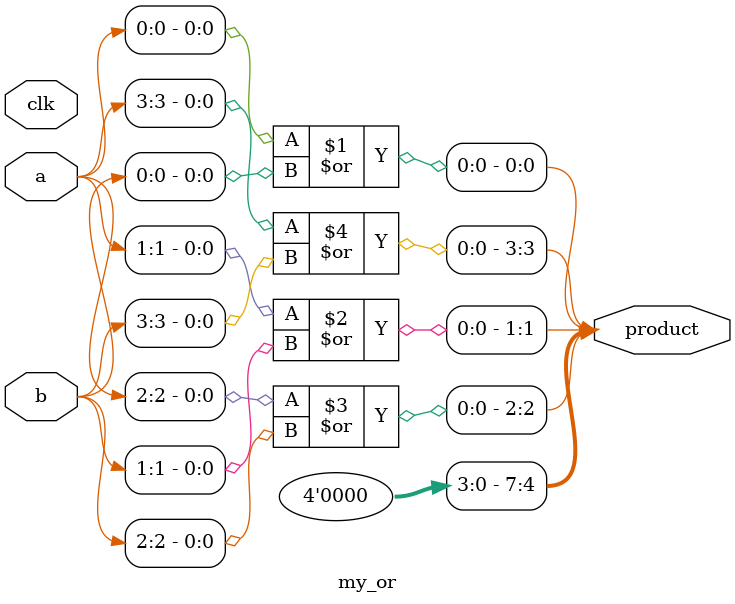
<source format=v>
module my_or(input clk, input [3:0] a, b, output [7:0] product);
    
    // AND as a bitwise operation
    assign product = {a[3] | b[3], a[2] | b[2], a[1] | b[1], a[0] | b[0]};
    

endmodule
</source>
